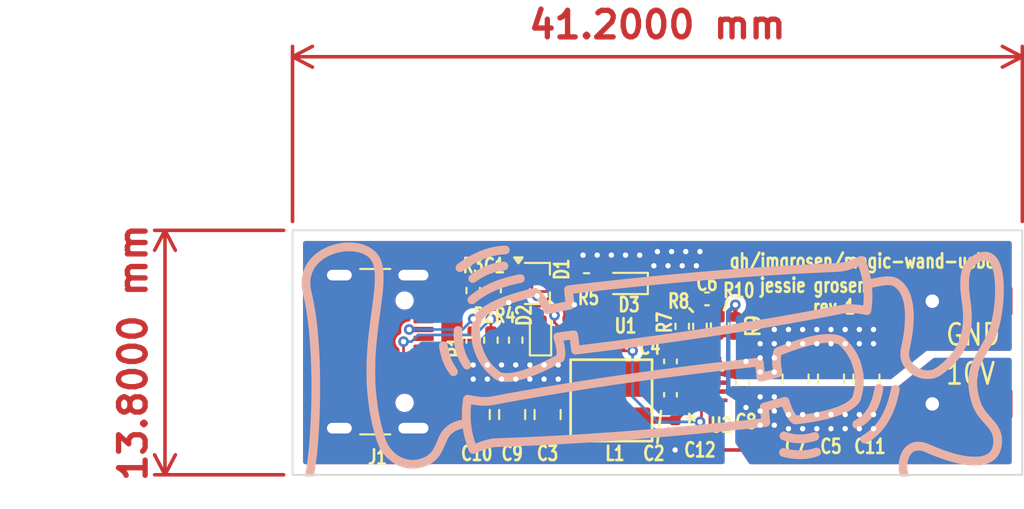
<source format=kicad_pcb>
(kicad_pcb (version 20241229) (generator "pcbnew") (generator_version "9.0")
  (layers (0 "F.Cu" signal) (2 "B.Cu" signal) (13 "F.Paste" user) (15 "B.Paste" user) (5 "F.SilkS" user "F.Silkscreen") (7 "B.SilkS" user "B.Silkscreen") (1 "F.Mask" user) (3 "B.Mask" user) (25 "Edge.Cuts" user))
  (net 0 "")
  (net 1 "GND")
  (net 2 "Net-(D1-K)")
  (net 3 "Net-(U2-BOOT)")
  (net 4 "Net-(U2-SW)")
  (net 5 "VBUS")
  (net 6 "Net-(U2-VCC)")
  (net 7 "Net-(U2-COMP)")
  (net 8 "Net-(C6-Pad1)")
  (net 9 "+10V")
  (net 10 "/EN")
  (net 11 "Net-(D2-A)")
  (net 12 "Net-(D3-A)")
  (net 14 "/CC1")
  (net 16 "/CC2")
  (net 21 "Net-(U2-ILIM)")
  (net 22 "Net-(U2-FB)")
  (footprint "janky_molex:Molex_Socket_Janky" (layer "F.Cu") (at 76.319 83)
    (property "Reference" "J2" (hide yes))
    (property "Value" "Conn_01x01" (hide yes))
    (pad "1" thru_hole circle (at 0 0) (size 1.524 1.524) (drill 0.762) (layers "*.Cu" "*.Mask") (net 9 "+10V"))
    (pad "1" smd rect (at 3 0) (size 3.048 1.524) (layers "F.Cu" "F.Mask") (net 9 "+10V"))
  )
  (footprint "Capacitor_SMD:C_0805_2012Metric" (layer "F.Cu") (at 54.6 83.6 90)
    (property "Reference" "C3" (at -2.2 0 0) (layer "F.SilkS") (effects (font (size 0.8 0.6) (thickness 0.15) (bold yes))))
    (property "Value" "10 uF" (hide yes))
    (pad "1" smd roundrect (at -0.95 0 90) (size 1 1.45) (layers "F.Cu" "F.Mask" "F.Paste") (net 5 "VBUS"))
    (pad "2" smd roundrect (at 0.95 0 90) (size 1 1.45) (layers "F.Cu" "F.Mask" "F.Paste") (net 1 "GND"))
  )
  (footprint "Resistor_SMD:R_0402_1005Metric" (layer "F.Cu") (at 65.2 78.6 -90)
    (property "Reference" "R9" (at 0 -1 90) (layer "F.SilkS") (effects (font (size 0.8 0.6))))
    (property "Value" "453K" (hide yes))
    (pad "1" smd roundrect (at -0.51 0 270) (size 0.54 0.64) (layers "F.Cu" "F.Mask" "F.Paste") (net 9 "+10V"))
    (pad "2" smd roundrect (at 0.51 0 270) (size 0.54 0.64) (layers "F.Cu" "F.Mask" "F.Paste") (net 22 "Net-(U2-FB)"))
  )
  (footprint "Capacitor_SMD:C_0805_2012Metric" (layer "F.Cu") (at 72.6 81.6 90)
    (property "Reference" "C11" (at -3.8 0.2 180) (layer "F.SilkS") (effects (font (size 0.8 0.6))))
    (property "Value" "10 uF" (hide yes))
    (pad "1" smd roundrect (at -0.95 0 90) (size 1 1.45) (layers "F.Cu" "F.Mask" "F.Paste") (net 9 "+10V"))
    (pad "2" smd roundrect (at 0.95 0 90) (size 1 1.45) (layers "F.Cu" "F.Mask" "F.Paste") (net 1 "GND"))
  )
  (footprint "Package_TO_SOT_SMD:SOT-323_SC-70" (layer "F.Cu") (at 54 76.2)
    (property "Reference" "D1" (at 1.4 -0.8 90) (layer "F.SilkS") (effects (font (size 0.8 0.6) (thickness 0.15) (bold yes))))
    (property "Value" "TS4061AICT-1.25" (hide yes))
    (pad "1" smd roundrect (at -1 -0.65 270) (size 0.45 0.7) (layers "F.Cu" "F.Mask" "F.Paste") (net 2 "Net-(D1-K)"))
    (pad "2" smd roundrect (at -1 0.65 270) (size 0.45 0.7) (layers "F.Cu" "F.Mask" "F.Paste") (net 1 "GND"))
    (pad "3" smd roundrect (at 1 0 270) (size 0.45 0.7) (layers "F.Cu" "F.Mask" "F.Paste"))
  )
  (footprint "Capacitor_SMD:C_0402_1005Metric" (layer "F.Cu") (at 63.6 77.07)
    (property "Reference" "C6" (at 0 -0.87 0) (layer "F.SilkS") (effects (font (size 0.8 0.6))))
    (property "Value" "4nF" (hide yes))
    (pad "1" smd roundrect (at -0.48 0) (size 0.56 0.62) (layers "F.Cu" "F.Mask" "F.Paste") (net 8 "Net-(C6-Pad1)"))
    (pad "2" smd roundrect (at 0.48 0) (size 0.56 0.62) (layers "F.Cu" "F.Mask" "F.Paste") (net 1 "GND"))
  )
  (footprint "Capacitor_SMD:C_0805_2012Metric" (layer "F.Cu") (at 52.6 83.6 90)
    (property "Reference" "C9" (at -2.2 0 0) (layer "F.SilkS") (effects (font (size 0.8 0.6) (thickness 0.15) (bold yes))))
    (property "Value" "10 uF" (hide yes))
    (pad "1" smd roundrect (at -0.95 0 90) (size 1 1.45) (layers "F.Cu" "F.Mask" "F.Paste") (net 5 "VBUS"))
    (pad "2" smd roundrect (at 0.95 0 90) (size 1 1.45) (layers "F.Cu" "F.Mask" "F.Paste") (net 1 "GND"))
  )
  (footprint "TPS61377:TPS61377-VQFN-HR13" (layer "F.Cu") (at 63.538022 81.8 90)
    (property "Reference" "U2" (at -2.4 0.861978 0) (layer "F.SilkS") (effects (font (size 0.8 0.6))))
    (property "Value" "TPS613771")
    (fp_text user "*" (at -2 -0.538022 90) (layer "F.SilkS"))
    (pad "1" smd custom (at -1.18745 -0.750189 90) (size 0.127 0.127) (layers "F.Cu" "F.Mask" "F.Paste") (net 5 "VBUS") (options (clearance outline) (anchor rect)) (primitives (gr_poly (pts (xy 0.2921 -0.45452) (xy 0.0889 -0.45452) (xy 0.0889 -0.101613) (xy -0.278067 -0.1016) (xy -0.278067 0.1016) (xy 0.2921 0.101613)) (width 0) (fill yes))))
    (pad "2" smd rect (at -1.18745 -0.250063 90) (size 0.5334 0.254) (layers "F.Cu" "F.Mask" "F.Paste") (net 10 "/EN"))
    (pad "3" smd rect (at -1.18745 0.250063 90) (size 0.5334 0.254) (layers "F.Cu" "F.Mask" "F.Paste") (net 1 "GND"))
    (pad "4" smd custom (at -1.000252 0.938022 180) (size 0.127 0.127) (layers "F.Cu" "F.Mask" "F.Paste") (net 9 "+10V") (options (clearance outline) (anchor rect)) (primitives (gr_poly (pts (xy -0.280352 0.104902) (xy -0.280352 -0.098298) (xy 0.072555 -0.098298) (xy 0.072568 -0.465265) (xy 0.275768 -0.465265) (xy 0.275781 0.104902)) (width 0) (fill yes))))
    (pad "5" smd rect (at -0.500126 0.545262 180) (size 1.3462 0.254) (layers "F.Cu" "F.Mask" "F.Paste") (net 9 "+10V"))
    (pad "6" smd custom (at 0 0 180) (size 0.127 0.127) (layers "F.Cu" "F.Mask" "F.Paste") (net 4 "Net-(U2-SW)") (options (clearance outline) (anchor rect)) (primitives (gr_poly (pts (xy 1.204722 -0.127) (xy 1.204722 0.127) (xy -1.204722 0.127) (xy -1.204722 -0.127)) (width 0) (fill yes))))
    (pad "7" smd rect (at 0.500126 0.545262 180) (size 1.3462 0.254) (layers "F.Cu" "F.Mask" "F.Paste") (net 1 "GND"))
    (pad "8" smd custom (at 1.000252 0.938022 180) (size 0.127 0.127) (layers "F.Cu" "F.Mask" "F.Paste") (net 22 "Net-(U2-FB)") (options (clearance outline) (anchor rect)) (primitives (gr_poly (pts (xy -0.280352 -0.116332) (xy -0.280352 0.086868) (xy 0.072555 0.086868) (xy 0.072568 0.453835) (xy 0.275768 0.453835) (xy 0.275781 -0.116332)) (width 0) (fill yes))))
    (pad "9" smd rect (at 1.18745 0.250063 90) (size 0.5334 0.254) (layers "F.Cu" "F.Mask" "F.Paste") (net 7 "Net-(U2-COMP)"))
    (pad "10" smd rect (at 1.18745 -0.250063 90) (size 0.5334 0.254) (layers "F.Cu" "F.Mask" "F.Paste") (net 21 "Net-(U2-ILIM)"))
    (pad "11" smd custom (at 1.18745 -0.750189 90) (size 0.127 0.127) (layers "F.Cu" "F.Mask" "F.Paste") (net 6 "Net-(U2-VCC)") (options (clearance outline) (anchor rect)) (primitives (gr_poly (pts (xy -0.288798 -0.45452) (xy -0.085598 -0.45452) (xy -0.085598 -0.101613) (xy 0.281369 -0.1016) (xy 0.281369 0.1016) (xy -0.288798 0.101613)) (width 0) (fill yes))))
    (pad "12" smd rect (at 0.500126 -0.938022 180) (size 0.5334 0.254) (layers "F.Cu" "F.Mask" "F.Paste") (net 1 "GND"))
    (pad "13" smd rect (at -0.500126 -0.938022 180) (size 0.5334 0.254) (layers "F.Cu" "F.Mask" "F.Paste") (net 3 "Net-(U2-BOOT)"))
  )
  (footprint "Capacitor_SMD:C_0402_1005Metric" (layer "F.Cu") (at 65.6 81.8 90)
    (property "Reference" "C8" (at -2.2 0.2 180) (layer "F.SilkS") (effects (font (size 0.8 0.6))))
    (property "Value" "4.7 uF")
    (pad "1" smd roundrect (at -0.48 0 90) (size 0.56 0.62) (layers "F.Cu" "F.Mask" "F.Paste") (net 9 "+10V"))
    (pad "2" smd roundrect (at 0.48 0 90) (size 0.56 0.62) (layers "F.Cu" "F.Mask" "F.Paste") (net 1 "GND"))
  )
  (footprint "Diode_SMD:D_SOD-523" (layer "F.Cu") (at 54.2 79 90)
    (property "Reference" "D2" (at 1.00007 -0.926051 90) (layer "F.SilkS") (effects (font (size 0.8 0.6) (thickness 0.15) (bold yes))))
    (property "Value" "1N4148W" (hide yes))
    (pad "1" smd roundrect (at -0.7 0 270) (size 0.6 0.7) (layers "F.Cu" "F.Mask" "F.Paste") (net 10 "/EN"))
    (pad "2" smd roundrect (at 0.7 0 270) (size 0.6 0.7) (layers "F.Cu" "F.Mask" "F.Paste") (net 11 "Net-(D2-A)"))
  )
  (footprint "Resistor_SMD:R_0402_1005Metric" (layer "F.Cu") (at 62.2 78.62 90)
    (property "Reference" "R7" (at 0.22 -1 270) (layer "F.SilkS") (effects (font (size 0.8 0.6))))
    (property "Value" "14.7K" (hide yes))
    (pad "1" smd roundrect (at -0.51 0 90) (size 0.54 0.64) (layers "F.Cu" "F.Mask" "F.Paste") (net 21 "Net-(U2-ILIM)"))
    (pad "2" smd roundrect (at 0.51 0 90) (size 0.54 0.64) (layers "F.Cu" "F.Mask" "F.Paste") (net 1 "GND"))
  )
  (footprint "Capacitor_SMD:C_0805_2012Metric" (layer "F.Cu") (at 70.6 81.6 90)
    (property "Reference" "C5" (at -3.8 0 180) (layer "F.SilkS") (effects (font (size 0.8 0.6))))
    (property "Value" "10 uF" (hide yes))
    (pad "1" smd roundrect (at -0.95 0 90) (size 1 1.45) (layers "F.Cu" "F.Mask" "F.Paste") (net 9 "+10V"))
    (pad "2" smd roundrect (at 0.95 0 90) (size 1 1.45) (layers "F.Cu" "F.Mask" "F.Paste") (net 1 "GND"))
  )
  (footprint "Connector_USB:USB_C_Receptacle_GCT_USB4105-xx-A_16P_TopMnt_Horizontal" (layer "F.Cu") (at 43.92 80.05 -90)
    (property "Reference" "J1" (at 5.95 -1.08 0) (layer "F.SilkS") (effects (font (size 0.8 0.6) (thickness 0.15) (bold yes))))
    (property "Value" "USB_C_Receptacle_USB2.0_16P" (hide yes))
    (pad "" np_thru_hole circle (at -2.89 -2.605 270) (size 0.65 0.65) (drill 0.65) (layers "*.Cu" "*.Mask"))
    (pad "" np_thru_hole circle (at 2.89 -2.605 270) (size 0.65 0.65) (drill 0.65) (layers "*.Cu" "*.Mask"))
    (pad "A1" smd roundrect (at -3.2 -3.68 270) (size 0.6 1.15) (layers "F.Cu" "F.Mask" "F.Paste") (net 1 "GND"))
    (pad "A4" smd roundrect (at -2.4 -3.68 270) (size 0.6 1.15) (layers "F.Cu" "F.Mask" "F.Paste") (net 5 "VBUS"))
    (pad "A5" smd roundrect (at -1.25 -3.68 270) (size 0.3 1.15) (layers "F.Cu" "F.Mask" "F.Paste") (net 14 "/CC1"))
    (pad "A6" smd roundrect (at -0.25 -3.68 270) (size 0.3 1.15) (layers "F.Cu" "F.Mask" "F.Paste"))
    (pad "A7" smd roundrect (at 0.25 -3.68 270) (size 0.3 1.15) (layers "F.Cu" "F.Mask" "F.Paste"))
    (pad "A8" smd roundrect (at 1.25 -3.68 270) (size 0.3 1.15) (layers "F.Cu" "F.Mask" "F.Paste"))
    (pad "A9" smd roundrect (at 2.4 -3.68 270) (size 0.6 1.15) (layers "F.Cu" "F.Mask" "F.Paste") (net 5 "VBUS"))
    (pad "A12" smd roundrect (at 3.2 -3.68 270) (size 0.6 1.15) (layers "F.Cu" "F.Mask" "F.Paste") (net 1 "GND"))
    (pad "B1" smd roundrect (at 3.2 -3.68 270) (size 0.6 1.15) (layers "F.Cu" "F.Mask" "F.Paste") (net 1 "GND"))
    (pad "B4" smd roundrect (at 2.4 -3.68 270) (size 0.6 1.15) (layers "F.Cu" "F.Mask" "F.Paste") (net 5 "VBUS"))
    (pad "B5" smd roundrect (at 1.75 -3.68 270) (size 0.3 1.15) (layers "F.Cu" "F.Mask" "F.Paste") (net 16 "/CC2"))
    (pad "B6" smd roundrect (at 0.75 -3.68 270) (size 0.3 1.15) (layers "F.Cu" "F.Mask" "F.Paste"))
    (pad "B7" smd roundrect (at -0.75 -3.68 270) (size 0.3 1.15) (layers "F.Cu" "F.Mask" "F.Paste"))
    (pad "B8" smd roundrect (at -1.75 -3.68 270) (size 0.3 1.15) (layers "F.Cu" "F.Mask" "F.Paste"))
    (pad "B9" smd roundrect (at -2.4 -3.68 270) (size 0.6 1.15) (layers "F.Cu" "F.Mask" "F.Paste") (net 5 "VBUS"))
    (pad "B12" smd roundrect (at -3.2 -3.68 270) (size 0.6 1.15) (layers "F.Cu" "F.Mask" "F.Paste") (net 1 "GND"))
    (pad "S1" thru_hole oval (at -4.32 -3.105 270) (size 1 2.1) (drill oval 0.6 1.7) (layers "*.Cu" "*.Mask" "F.Paste") (net 1 "GND"))
    (pad "S1" thru_hole oval (at -4.32 1.075 270) (size 1 1.8) (drill oval 0.6 1.4) (layers "*.Cu" "*.Mask" "F.Paste") (net 1 "GND"))
    (pad "S1" thru_hole oval (at 4.32 -3.105 270) (size 1 2.1) (drill oval 0.6 1.7) (layers "*.Cu" "*.Mask" "F.Paste") (net 1 "GND"))
    (pad "S1" thru_hole oval (at 4.32 1.075 270) (size 1 1.8) (drill oval 0.6 1.4) (layers "*.Cu" "*.Mask" "F.Paste") (net 1 "GND"))
  )
  (footprint "SRP4030FA:IND_SRP4030FA_BRN" (layer "F.Cu") (at 58.2 82.8 90)
    (property "Reference" "L1" (at -3 0.2 0) (layer "F.SilkS") (effects (font (size 0.8 0.6) (thickness 0.15) (bold yes))))
    (property "Value" "4.7uH")
    (pad "1" smd rect (at -1.3462 0 90) (size 1.0922 3.7084) (layers "F.Cu" "F.Mask" "F.Paste") (net 5 "VBUS"))
    (pad "2" smd rect (at 1.3462 0 90) (size 1.0922 3.7084) (layers "F.Cu" "F.Mask" "F.Paste") (net 4 "Net-(U2-SW)"))
  )
  (footprint "Capacitor_SMD:C_0402_1005Metric" (layer "F.Cu") (at 51.6 76.6 -90)
    (property "Reference" "C1" (at -1.4 0 180) (layer "F.SilkS") (effects (font (size 0.8 0.6) (thickness 0.15) (bold yes))))
    (property "Value" "100nF" (hide yes))
    (pad "1" smd roundrect (at -0.48 0 270) (size 0.56 0.62) (layers "F.Cu" "F.Mask" "F.Paste") (net 2 "Net-(D1-K)"))
    (pad "2" smd roundrect (at 0.48 0 270) (size 0.56 0.62) (layers "F.Cu" "F.Mask" "F.Paste") (net 1 "GND"))
  )
  (footprint "Resistor_SMD:R_0402_1005Metric" (layer "F.Cu") (at 63.2 78.62 90)
    (property "Reference" "R8" (at 1.42 -1.2 180) (layer "F.SilkS") (effects (font (size 0.8 0.6))))
    (property "Value" "18.7K" (hide yes))
    (pad "1" smd roundrect (at -0.51 0 90) (size 0.54 0.64) (layers "F.Cu" "F.Mask" "F.Paste") (net 7 "Net-(U2-COMP)"))
    (pad "2" smd roundrect (at 0.51 0 90) (size 0.54 0.64) (layers "F.Cu" "F.Mask" "F.Paste") (net 8 "Net-(C6-Pad1)"))
  )
  (footprint "Capacitor_SMD:C_0805_2012Metric" (layer "F.Cu") (at 68.6 81.6 90)
    (property "Reference" "C7" (at -3.8 0 180) (layer "F.SilkS") (effects (font (size 0.8 0.6))))
    (property "Value" "10 uF" (hide yes))
    (pad "1" smd roundrect (at -0.95 0 90) (size 1 1.45) (layers "F.Cu" "F.Mask" "F.Paste") (net 9 "+10V"))
    (pad "2" smd roundrect (at 0.95 0 90) (size 1 1.45) (layers "F.Cu" "F.Mask" "F.Paste") (net 1 "GND"))
  )
  (footprint "Capacitor_SMD:C_0402_1005Metric" (layer "F.Cu") (at 61.538022 82.48 -90)
    (property "Reference" "C2" (at 3.32 0.938022 0) (layer "F.SilkS") (effects (font (size 0.8 0.6))))
    (property "Value" "0.47uF" (hide yes))
    (pad "1" smd roundrect (at -0.48 0 270) (size 0.56 0.62) (layers "F.Cu" "F.Mask" "F.Paste") (net 4 "Net-(U2-SW)"))
    (pad "2" smd roundrect (at 0.48 0 270) (size 0.56 0.62) (layers "F.Cu" "F.Mask" "F.Paste") (net 3 "Net-(U2-BOOT)"))
  )
  (footprint "Resistor_SMD:R_0402_1005Metric" (layer "F.Cu") (at 51.4 79.4 -90)
    (property "Reference" "R2" (at -1.4 0.4 0) (layer "F.SilkS") (effects (font (size 0.8 0.6) (thickness 0.15) (bold yes))))
    (property "Value" "5.1K" (hide yes))
    (pad "1" smd roundrect (at -0.51 0 270) (size 0.54 0.64) (layers "F.Cu" "F.Mask" "F.Paste") (net 16 "/CC2"))
    (pad "2" smd roundrect (at 0.51 0 270) (size 0.54 0.64) (layers "F.Cu" "F.Mask" "F.Paste") (net 1 "GND"))
  )
  (footprint "janky_molex:Molex_Socket_Janky" (layer "F.Cu") (at 76.319 77.2)
    (property "Reference" "J3" (hide yes))
    (property "Value" "Conn_01x01" (hide yes))
    (pad "1" thru_hole circle (at 0 0) (size 1.524 1.524) (drill 0.762) (layers "*.Cu" "*.Mask") (net 1 "GND"))
    (pad "1" smd rect (at 3 0) (size 3.048 1.524) (layers "F.Cu" "F.Mask") (net 1 "GND"))
  )
  (footprint "Resistor_SMD:R_0402_1005Metric" (layer "F.Cu") (at 50.4 76.6 90)
    (property "Reference" "R3" (at 1.4 0 180) (layer "F.SilkS") (effects (font (size 0.8 0.6) (thickness 0.15) (bold yes))))
    (property "Value" "4.7K" (hide yes))
    (pad "1" smd roundrect (at -0.51 0 90) (size 0.54 0.64) (layers "F.Cu" "F.Mask" "F.Paste") (net 5 "VBUS"))
    (pad "2" smd roundrect (at 0.51 0 90) (size 0.54 0.64) (layers "F.Cu" "F.Mask" "F.Paste") (net 2 "Net-(D1-K)"))
  )
  (footprint "Capacitor_SMD:C_0805_2012Metric" (layer "F.Cu") (at 50.6 83.6 90)
    (property "Reference" "C10" (at -2.2 0 0) (layer "F.SilkS") (effects (font (size 0.8 0.6) (thickness 0.15) (bold yes))))
    (property "Value" "10 uF" (hide yes))
    (pad "1" smd roundrect (at -0.95 0 90) (size 1 1.45) (layers "F.Cu" "F.Mask" "F.Paste") (net 5 "VBUS"))
    (pad "2" smd roundrect (at 0.95 0 90) (size 1 1.45) (layers "F.Cu" "F.Mask" "F.Paste") (net 1 "GND"))
  )
  (footprint "8WSON:WSON8_DSG_TEX" (layer "F.Cu") (at 56.7967 78.950189 180)
    (property "Reference" "U1" (at -2.2033 0.350189 0) (layer "F.SilkS") (effects (font (size 0.8 0.6))))
    (property "Value" "LM393LV" (hide yes))
    (pad "1" smd rect (at -1.0033 -0.750189 180) (size 0.7112 0.2794) (layers "F.Cu" "F.Mask" "F.Paste") (net 12 "Net-(D3-A)"))
    (pad "2" smd rect (at -1.0033 -0.250063 180) (size 0.7112 0.2794) (layers "F.Cu" "F.Mask" "F.Paste") (net 2 "Net-(D1-K)"))
    (pad "3" smd rect (at -1.0033 0.250063 180) (size 0.7112 0.2794) (layers "F.Cu" "F.Mask" "F.Paste") (net 14 "/CC1"))
    (pad "4" smd rect (at -1.0033 0.750189 180) (size 0.7112 0.2794) (layers "F.Cu" "F.Mask" "F.Paste") (net 1 "GND"))
    (pad "5" smd rect (at 1.0033 0.750189 180) (size 0.7112 0.2794) (layers "F.Cu" "F.Mask" "F.Paste") (net 16 "/CC2"))
    (pad "6" smd rect (at 1.0033 0.250063 180) (size 0.7112 0.2794) (layers "F.Cu" "F.Mask" "F.Paste") (net 2 "Net-(D1-K)"))
    (pad "7" smd rect (at 1.0033 -0.250063 180) (size 0.7112 0.2794) (layers "F.Cu" "F.Mask" "F.Paste") (net 11 "Net-(D2-A)"))
    (pad "8" smd rect (at 1.0033 -0.750189 180) (size 0.7112 0.2794) (layers "F.Cu" "F.Mask" "F.Paste") (net 5 "VBUS"))
    (pad "9" smd rect (at 0 0 180) (size 0.9906 1.7018) (layers "F.Cu" "F.Mask" "F.Paste"))
  )
  (footprint "Resistor_SMD:R_0402_1005Metric" (layer "F.Cu") (at 50.398665 79.39814 90)
    (property "Reference" "R1" (at -0.40186 -0.998665 90) (layer "F.SilkS") (effects (font (size 0.8 0.6) (thickness 0.15) (bold yes))))
    (property "Value" "5.1K" (hide yes))
    (pad "1" smd roundrect (at -0.51 0 90) (size 0.54 0.64) (layers "F.Cu" "F.Mask" "F.Paste") (net 1 "GND"))
    (pad "2" smd roundrect (at 0.51 0 90) (size 0.54 0.64) (layers "F.Cu" "F.Mask" "F.Paste") (net 14 "/CC1"))
  )
  (footprint "Diode_SMD:D_SOD-523" (layer "F.Cu") (at 59 76.2 180)
    (property "Reference" "D3" (at -0.2 -1.2 180) (layer "F.SilkS") (effects (font (size 0.8 0.6))))
    (property "Value" "1N4148W" (hide yes))
    (pad "1" smd roundrect (at -0.7 0) (size 0.6 0.7) (layers "F.Cu" "F.Mask" "F.Paste") (net 10 "/EN"))
    (pad "2" smd roundrect (at 0.7 0) (size 0.6 0.7) (layers "F.Cu" "F.Mask" "F.Paste") (net 12 "Net-(D3-A)"))
  )
  (footprint "Capacitor_SMD:C_0402_1005Metric" (layer "F.Cu") (at 61.8 84.4 -90)
    (property "Reference" "C12" (at 1.2 -1.4 180) (layer "F.SilkS") (effects (font (size 0.8 0.6) (thickness 0.15) (bold yes))))
    (property "Value" "4.7 uF")
    (pad "1" smd roundrect (at -0.48 0 270) (size 0.56 0.62) (layers "F.Cu" "F.Mask" "F.Paste") (net 5 "VBUS"))
    (pad "2" smd roundrect (at 0.48 0 270) (size 0.56 0.62) (layers "F.Cu" "F.Mask" "F.Paste") (net 1 "GND"))
  )
  (footprint "Capacitor_SMD:C_0402_1005Metric" (layer "F.Cu") (at 61.538022 80.6 90)
    (property "Reference" "C4" (at 0.8 -1.16 180) (layer "F.SilkS") (effects (font (size 0.8 0.6))))
    (property "Value" "4.7uF")
    (pad "1" smd roundrect (at -0.48 0 90) (size 0.56 0.62) (layers "F.Cu" "F.Mask" "F.Paste") (net 1 "GND"))
    (pad "2" smd roundrect (at 0.48 0 90) (size 0.56 0.62) (layers "F.Cu" "F.Mask" "F.Paste") (net 6 "Net-(U2-VCC)"))
  )
  (footprint "Resistor_SMD:R_0402_1005Metric" (layer "F.Cu") (at 52.8 79.4 -90)
    (property "Reference" "R4" (at -1.386976 0.6 180) (layer "F.SilkS") (effects (font (size 0.8 0.6) (thickness 0.15) (bold yes))))
    (property "Value" "1K" (hide yes))
    (pad "1" smd roundrect (at -0.51 0 270) (size 0.54 0.64) (layers "F.Cu" "F.Mask" "F.Paste") (net 11 "Net-(D2-A)"))
    (pad "2" smd roundrect (at 0.51 0 270) (size 0.54 0.64) (layers "F.Cu" "F.Mask" "F.Paste") (net 5 "VBUS"))
  )
  (footprint "Resistor_SMD:R_0402_1005Metric" (layer "F.Cu") (at 56.8 76)
    (property "Reference" "R5" (at 0.11 1 0) (layer "F.SilkS") (effects (font (size 0.8 0.6))))
    (property "Value" "1K" (hide yes))
    (pad "1" smd roundrect (at -0.51 0) (size 0.54 0.64) (layers "F.Cu" "F.Mask" "F.Paste") (net 5 "VBUS"))
    (pad "2" smd roundrect (at 0.51 0) (size 0.54 0.64) (layers "F.Cu" "F.Mask" "F.Paste") (net 12 "Net-(D3-A)"))
  )
  (footprint "Resistor_SMD:R_0402_1005Metric" (layer "F.Cu") (at 64.2 78.6 90)
    (property "Reference" "R10" (at 2 1.2 180) (layer "F.SilkS") (effects (font (size 0.8 0.6))))
    (property "Value" "50K" (hide yes))
    (pad "1" smd roundrect (at -0.51 0 90) (size 0.54 0.64) (layers "F.Cu" "F.Mask" "F.Paste") (net 22 "Net-(U2-FB)"))
    (pad "2" smd roundrect (at 0.51 0 90) (size 0.54 0.64) (layers "F.Cu" "F.Mask" "F.Paste") (net 1 "GND"))
  )
  (footprint "LOGO" (layer "B.Cu") (at 60.4 80.2 -90)
    (property "Reference" "G***" (hide yes))
    (property "Value" "LOGO" (hide yes))
  )
  (gr_line (start 64.792464 77.092014) (end 64.552497 77.703931) (stroke (width 0.15)) (layer "F.SilkS"))
  (gr_line (start 62.6 77.6) (end 62.8 77.8) (stroke (width 0.15)) (layer "F.SilkS"))
  (gr_line (start 60.8 85.2) (end 61 83.4) (stroke (width 0.15)) (layer "F.SilkS"))
  (gr_rect (start 40.2 73.2) (end 81.4 87) (stroke (width 0.1)) (fill no) (layer "Edge.Cuts"))
  (gr_text "10V" (at 77 82 0) (layer "F.SilkS") (effects (font (size 1.2 1) (thickness 0.15) (bold yes)) (justify left bottom)))
  (gr_text "rev 1" (at 69.489329 77.992005 0) (layer "F.SilkS") (effects (font (size 0.8 0.6) (thickness 0.15) (bold yes)) (justify left bottom)))
  (gr_text "gh/jmgrosen/magic-wand-usbc" (at 64.8 75.4 0) (layer "F.SilkS") (effects (font (size 0.8 0.6) (thickness 0.15) (bold yes)) (justify left bottom)))
  (gr_text "GND" (at 77 79.8 0) (layer "F.SilkS") (effects (font (size 1.2 1) (thickness 0.15) (bold yes)) (justify left bottom)))
  (gr_text "jessie grosen" (at 66.493425 76.773418 0) (layer "F.SilkS") (effects (font (size 0.8 0.6) (thickness 0.15) (bold yes)) (justify left bottom)))
  (dimension (type aligned) (layer "F.Cu") (pts (xy 40.2 73.2) (xy 40.2 87)) (height 7.199999) (format (prefix "") (suffix "") (units 3) (units_format 1) (precision 4)) (style (thickness 0.2) (arrow_length 1.27) (text_position_mode 0) (arrow_direction outward) (extension_height 0.58642) (extension_offset 0.5) (keep_text_aligned yes)) (gr_text "13.8000 mm" (at 31.200001 80.1 90) (layer "F.Cu") (effects (font (size 1.5 1.5) (thickness 0.3)))))
  (dimension (type aligned) (layer "F.Cu") (pts (xy 40.2 73.2) (xy 81.4 73.2)) (height -9.8) (format (prefix "") (suffix "") (units 3) (units_format 1) (precision 4)) (style (thickness 0.2) (arrow_length 1.27) (text_position_mode 0) (arrow_direction outward) (extension_height 0.58642) (extension_offset 0.5) (keep_text_aligned yes)) (gr_text "41.2000 mm" (at 60.8 61.6 0) (layer "F.Cu") (effects (font (size 1.5 1.5) (thickness 0.3)))))
  (segment (start 60.948622 78.451378) (end 61 78.4) (width 0.254) (layer "F.Cu") (net 1))
  (segment (start 47.025 84.37) (end 47.025 83.825) (width 0.762) (layer "F.Cu") (net 1))
  (segment (start 61.757896 81.299874) (end 62.6 81.299874) (width 0.254) (layer "F.Cu") (net 1))
  (segment (start 47.025 83.825) (end 47.5666 83.2834) (width 0.762) (layer "F.Cu") (net 1))
  (segment (start 63.32 84.88) (end 61.8 84.88) (width 0.2032) (layer "F.Cu") (net 1))
  (segment (start 57.408585 77.870689) (end 57.737896 78.2) (width 0.1524) (layer "F.Cu") (net 1))
  (segment (start 52.57 77.28) (end 52.407765 77.28) (width 0.1524) (layer "F.Cu") (net 1))
  (segment (start 60.948622 80.4906) (end 60.948622 78.451378) (width 0.254) (layer "F.Cu") (net 1))
  (segment (start 56.110272 77.4) (end 56.118808 77.4) (width 0.1524) (layer "F.Cu") (net 1))
  (segment (start 63.788085 82.98745) (end 63.788085 84.411915) (width 0.2032) (layer "F.Cu") (net 1))
  (segment (start 51.6 77.28) (end 52.407765 77.28) (width 0.1524) (layer "F.Cu") (net 1))
  (segment (start 47.5666 76.8166) (end 47.6 76.8166) (width 0.762) (layer "F.Cu") (net 1))
  (segment (start 57.737896 78.2) (end 57.8 78.2) (width 0.1524) (layer "F.Cu") (net 1))
  (segment (start 63.788085 84.411915) (end 63.32 84.88) (width 0.2032) (layer "F.Cu") (net 1))
  (segment (start 61.8 84.88) (end 61.8 85.6) (width 0.4) (layer "F.Cu") (net 1))
  (segment (start 51.4 79.91) (end 51.4 80.6) (width 0.1524) (layer "F.Cu") (net 1))
  (segment (start 47.025 76.275) (end 47.5666 76.8166) (width 0.762) (layer "F.Cu") (net 1))
  (segment (start 56.589497 77.870689) (end 57.408585 77.870689) (width 0.1524) (layer "F.Cu") (net 1))
  (segment (start 50.398665 79.90814) (end 50.398665 80.798665) (width 0.1524) (layer "F.Cu") (net 1))
  (segment (start 50.398665 80.798665) (end 50.4 80.8) (width 0.1524) (layer "F.Cu") (net 1))
  (segment (start 61.538022 81.08) (end 60.948622 80.4906) (width 0.254) (layer "F.Cu") (net 1))
  (segment (start 47.5666 83.2834) (end 47.6 83.2834) (width 0.762) (layer "F.Cu") (net 1))
  (segment (start 51.4 80.6) (end 51.2 80.8) (width 0.1524) (layer "F.Cu") (net 1))
  (segment (start 56.118808 77.4) (end 56.589497 77.870689) (width 0.1524) (layer "F.Cu") (net 1))
  (segment (start 62.6 81.299874) (end 64.083284 81.299874) (width 0.254) (layer "F.Cu") (net 1))
  (segment (start 53 76.85) (end 52.57 77.28) (width 0.1524) (layer "F.Cu") (net 1))
  (segment (start 61.538022 81.08) (end 61.757896 81.299874) (width 0.254) (layer "F.Cu") (net 1))
  (segment (start 47.025 75.73) (end 47.025 76.275) (width 0.762) (layer "F.Cu") (net 1))
  (via (at 52 80.8) (size 0.6) (drill 0.3) (layers "F.Cu" "B.Cu") (net 1))
  (via (at 60.6 75.2) (size 0.6) (drill 0.3) (layers "F.Cu" "B.Cu") (net 1))
  (via (at 63.2 74.4) (size 0.6) (drill 0.3) (layers "F.Cu" "B.Cu") (net 1))
  (via (at 56.110272 77.4) (size 0.6) (drill 0.3) (layers "F.Cu" "B.Cu") (net 1))
  (via (at 70.6 79.6) (size 0.6) (drill 0.3) (layers "F.Cu" "B.Cu") (net 1))
  (via (at 55.2 81.6) (size 0.6) (drill 0.3) (layers "F.Cu" "B.Cu") (net 1))
  (via (at 72.2 79.6) (size 0.6) (drill 0.3) (layers "F.Cu" "B.Cu") (net 1))
  (via (at 52.407765 77.28) (size 0.6) (drill 0.3) (layers "F.Cu" "B.Cu") (net 1))
  (via (at 68.2 79.6) (size 0.6) (drill 0.3) (layers "F.Cu" "B.Cu") (net 1))
  (via (at 50.4 80.8) (size 0.6) (drill 0.3) (layers "F.Cu" "B.Cu") (net 1))
  (via (at 63 75.2) (size 0.6) (drill 0.3) (layers "F.Cu" "B.Cu") (net 1))
  (via (at 62.2 75.2) (size 0.6) (drill 0.3) (layers "F.Cu" "B.Cu") (net 1))
  (via (at 54.4 80.8) (size 0.6) (drill 0.3) (layers "F.Cu" "B.Cu") (net 1))
  (via (at 60.8 74.4) (size 0.6) (drill 0.3) (layers "F.Cu" "B.Cu") (net 1))
  (via (at 55.2 80.8) (size 0.6) (drill 0.3) (layers "F.Cu" "B.Cu") (net 1))
  (via (at 52.8 80.8) (size 0.6) (drill 0.3) (layers "F.Cu" "B.Cu") (net 1))
  (via (at 61.8 85.6) (size 0.6) (drill 0.3) (layers "F.Cu" "B.Cu") (net 1))
  (via (at 59 74.6) (size 0.6) (drill 0.3) (layers "F.Cu" "B.Cu") (net 1))
  (via (at 67.4 80.4) (size 0.6) (drill 0.3) (layers "F.Cu" "B.Cu") (net 1))
  (via (at 61.4 75.2) (size 0.6) (drill 0.3) (layers "F.Cu" "B.Cu") (net 1))
  (via (at 69 79.6) (size 0.6) (drill 0.3) (layers "F.Cu" "B.Cu") (net 1))
  (via (at 65.8 80.6) (size 0.6) (drill 0.3) (layers "F.Cu" "B.Cu") (net 1))
  (via (at 67.4 79.6) (size 0.6) (drill 0.3) (layers "F.Cu" "B.Cu") (net 1))
  (via (at 52 81.6) (size 0.6) (drill 0.3) (layers "F.Cu" "B.Cu") (net 1))
  (via (at 67.4 78.8) (size 0.6) (drill 0.3) (layers "F.Cu" "B.Cu") (net 1))
  (via (at 50.4 81.6) (size 0.6) (drill 0.3) (layers "F.Cu" "B.Cu") (net 1))
  (via (at 66.6 79.6) (size 0.6) (drill 0.3) (layers "F.Cu" "B.Cu") (net 1))
  (via (at 62.4 74.4) (size 0.6) (drill 0.3) (layers "F.Cu" "B.Cu") (net 1))
  (via (at 73 78.8) (size 0.6) (drill 0.3) (layers "F.Cu" "B.Cu") (net 1))
  (via (at 69.8 78.8) (size 0.6) (drill 0.3) (layers "F.Cu" "B.Cu") (net 1))
  (via (at 66.6 81.2) (size 0.6) (drill 0.3) (layers "F.Cu" "B.Cu") (net 1))
  (via (at 51.2 80.8) (size 0.6) (drill 0.3) (layers "F.Cu" "B.Cu") (net 1))
  (via (at 54.4 81.6) (size 0.6) (drill 0.3) (layers "F.Cu" "B.Cu") (net 1))
  (via (at 66.6 80.4) (size 0.6) (drill 0.3) (layers "F.Cu" "B.Cu") (net 1))
  (via (at 56.6 74.6) (size 0.6) (drill 0.3) (layers "F.Cu" "B.Cu") (net 1))
  (via (at 71.4 78.8) (size 0.6) (drill 0.3) (layers "F.Cu" "B.Cu") (net 1))
  (via (at 73 79.6) (size 0.6) (drill 0.3) (layers "F.Cu" "B.Cu") (net 1))
  (via (at 53.6 81.6) (size 0.6) (drill 0.3) (layers "F.Cu" "B.Cu") (net 1))
  (via (at 61.6 74.4) (size 0.6) (drill 0.3) (layers "F.Cu" "B.Cu") (net 1))
  (via (at 51.2 81.6) (size 0.6) (drill 0.3) (layers "F.Cu" "B.Cu") (net 1))
  (via (at 57.4 74.6) (size 0.6) (drill 0.3) (layers "F.Cu" "B.Cu") (net 1))
  (via (at 68.2 78.8) (size 0.6) (drill 0.3) (layers "F.Cu" "B.Cu") (net 1))
  (via (at 67.4 81.2) (size 0.6) (drill 0.3) (layers "F.Cu" "B.Cu") (net 1))
  (via (at 69 78.8) (size 0.6) (drill 0.3) (layers "F.Cu" "B.Cu") (net 1))
  (via (at 58.2 74.6) (size 0.6) (drill 0.3) (layers "F.Cu" "B.Cu") (net 1))
  (via (at 52.8 81.6) (size 0.6) (drill 0.3) (layers "F.Cu" "B.Cu") (net 1))
  (via (at 70.6 78.8) (size 0.6) (drill 0.3) (layers "F.Cu" "B.Cu") (net 1))
  (via (at 69.8 79.6) (size 0.6) (drill 0.3) (layers "F.Cu" "B.Cu") (net 1))
  (via (at 72.2 78.8) (size 0.6) (drill 0.3) (layers "F.Cu" "B.Cu") (net 1))
  (via (at 53.6 80.8) (size 0.6) (drill 0.3) (layers "F.Cu" "B.Cu") (net 1))
  (via (at 71.4 79.6) (size 0.6) (drill 0.3) (layers "F.Cu" "B.Cu") (net 1))
  (via (at 59.8 74.6) (size 0.6) (drill 0.3) (layers "F.Cu" "B.Cu") (net 1))
  (segment (start 54.98963 78.404356) (end 54.98963 77.998572) (width 0.1524) (layer "F.Cu") (net 2))
  (segment (start 51.57 76.29) (end 51.6 76.32) (width 0.1524) (layer "F.Cu") (net 2))
  (segment (start 51.6 76.12) (end 51.88 76.12) (width 0.1524) (layer "F.Cu") (net 2))
  (segment (start 55.381906 76.6536) (end 55.486906 76.5486) (width 0.1524) (layer "F.Cu") (net 2))
  (segment (start 53.709193 76.259193) (end 53 75.55) (width 0.1524) (layer "F.Cu") (net 2))
  (segment (start 50.4 76.09) (end 51.57 76.09) (width 0.1524) (layer "F.Cu") (net 2))
  (segment (start 55.7934 78.700126) (end 55.2854 78.700126) (width 0.1524) (layer "F.Cu") (net 2))
  (segment (start 53.762792 76.6536) (end 55.381906 76.6536) (width 0.1524) (layer "F.Cu") (net 2))
  (segment (start 51.88 76.12) (end 52.45 75.55) (width 0.1524) (layer "F.Cu") (net 2))
  (segment (start 58.28007 79.200252) (end 57.8 79.200252) (width 0.1524) (layer "F.Cu") (net 2))
  (segment (start 52.45 75.55) (end 53 75.55) (width 0.1524) (layer "F.Cu") (net 2))
  (segment (start 51.57 76.09) (end 51.6 76.12) (width 0.1524) (layer "F.Cu") (net 2))
  (segment (start 57.532152 76.5486) (end 58.6952 77.711648) (width 0.1524) (layer "F.Cu") (net 2))
  (segment (start 55.2854 78.700126) (end 54.98963 78.404356) (width 0.1524) (layer "F.Cu") (net 2))
  (segment (start 51.6 76.32) (end 51.68 76.32) (width 0.1524) (layer "F.Cu") (net 2))
  (segment (start 53.754596 76.645404) (end 53.762792 76.6536) (width 0.1524) (layer "F.Cu") (net 2))
  (segment (start 53.709193 76.6) (end 53.709193 76.259193) (width 0.1524) (layer "F.Cu") (net 2))
  (segment (start 54.009583 76.90039) (end 53.754596 76.645404) (width 0.1524) (layer "F.Cu") (net 2))
  (segment (start 58.6952 77.711648) (end 58.6952 78.785122) (width 0.1524) (layer "F.Cu") (net 2))
  (segment (start 55.486906 76.5486) (end 57.532152 76.5486) (width 0.1524) (layer "F.Cu") (net 2))
  (segment (start 58.6952 78.785122) (end 58.28007 79.200252) (width 0.1524) (layer "F.Cu") (net 2))
  (segment (start 53.754596 76.645404) (end 53.709193 76.6) (width 0.1524) (layer "F.Cu") (net 2))
  (via (at 54.009583 76.90039) (size 0.6) (drill 0.3) (layers "F.Cu" "B.Cu") (net 2))
  (via (at 54.98963 77.998572) (size 0.6) (drill 0.3) (layers "F.Cu" "B.Cu") (net 2))
  (segment (start 54.98963 77.998572) (end 54.98963 77.880437) (width 0.1524) (layer "B.Cu") (net 2))
  (segment (start 54.98963 77.880437) (end 54.009583 76.90039) (width 0.1524) (layer "B.Cu") (net 2))
  (segment (start 62.197896 82.300126) (end 61.538022 82.96) (width 0.254) (layer "F.Cu") (net 3))
  (segment (start 62.6 82.300126) (end 62.197896 82.300126) (width 0.254) (layer "F.Cu") (net 3))
  (segment (start 63.538022 81.8) (end 61.658022 81.8) (width 0.254) (layer "F.Cu") (net 4))
  (segment (start 61.658022 81.8) (end 61.538022 81.92) (width 0.254) (layer "F.Cu") (net 4))
  (segment (start 51.72795 79.4) (end 52.23795 79.91) (width 0.1524) (layer "F.Cu") (net 5))
  (segment (start 56.1617 80.068678) (end 58.273748 80.068678) (width 0.1524) (layer "F.Cu") (net 5))
  (segment (start 55.7934 79.700378) (end 56.1617 80.068678) (width 0.1524) (layer "F.Cu") (net 5))
  (segment (start 52.8 79.91) (end 53.100422 79.91) (width 0.1524) (layer "F.Cu") (net 5))
  (segment (start 55.33143 79.700378) (end 55.7934 79.700378) (width 0.1524) (layer "F.Cu") (net 5))
  (segment (start 53.100422 79.91) (end 54.010422 79) (width 0.1524) (layer "F.Cu") (net 5))
  (segment (start 49.89 77.11) (end 49.4 77.6) (width 0.1524) (layer "F.Cu") (net 5))
  (segment (start 54.631052 79) (end 55.33143 79.700378) (width 0.1524) (layer "F.Cu") (net 5))
  (segment (start 50.4 77.11) (end 49.89 77.11) (width 0.1524) (layer "F.Cu") (net 5))
  (segment (start 51.72795 79.4) (end 49.6 79.4) (width 0.1524) (layer "F.Cu") (net 5))
  (segment (start 58.440978 75.4514) (end 56.8386 75.4514) (width 0.1524) (layer "F.Cu") (net 5))
  (segment (start 58.8286 76.2286) (end 58.8286 75.839022) (width 0.1524) (layer "F.Cu") (net 5))
  (segment (start 62.787833 82.98745) (end 61.855283 83.92) (width 0.2032) (layer "F.Cu") (net 5))
  (segment (start 61.8 83.92) (end 58.4262 83.92) (width 0.4) (layer "F.Cu") (net 5))
  (segment (start 58.8286 75.839022) (end 58.440978 75.4514) (width 0.1524) (layer "F.Cu") (net 5))
  (segment (start 58.4262 83.92) (end 58.2 84.1462) (width 0.4) (layer "F.Cu") (net 5))
  (segment (start 54.010422 79) (end 54.631052 79) (width 0.1524) (layer "F.Cu") (net 5))
  (segment (start 58.273748 80.068678) (end 59.3048 79.037626) (width 0.1524) (layer "F.Cu") (net 5))
  (segment (start 59.3048 79.037626) (end 59.3048 76.7048) (width 0.1524) (layer "F.Cu") (net 5))
  (segment (start 56.8386 75.4514) (end 56.29 76) (width 0.1524) (layer "F.Cu") (net 5))
  (segment (start 61.855283 83.92) (end 61.8 83.92) (width 0.2032) (layer "F.Cu") (net 5))
  (segment (start 59.3048 76.7048) (end 58.8286 76.2286) (width 0.1524) (layer "F.Cu") (net 5))
  (segment (start 52.23795 79.91) (end 52.8 79.91) (width 0.1524) (layer "F.Cu") (net 5))
  (segment (start 63.788085 80.61255) (end 63.788085 79.718085) (width 0.254) (layer "F.Cu") (net 7))
  (segment (start 63.788085 79.718085) (end 63.2 79.13) (width 0.254) (layer "F.Cu") (net 7))
  (segment (start 63.12 77.07) (end 63.12 78.03) (width 0.254) (layer "F.Cu") (net 8))
  (segment (start 63.12 78.03) (end 63.2 78.11) (width 0.254) (layer "F.Cu") (net 8))
  (segment (start 64.6 85.6) (end 66 85.6) (width 0.2032) (layer "F.Cu") (net 9))
  (segment (start 65.2 77.4) (end 65.2 78.09) (width 0.254) (layer "F.Cu") (net 9))
  (segment (start 64.476044 82.800252) (end 64.476044 84.6) (width 0.2032) (layer "F.Cu") (net 9))
  (segment (start 64.476044 84.6) (end 64.476044 85.476044) (width 0.2032) (layer "F.Cu") (net 9))
  (segment (start 64.476044 85.476044) (end 64.6 85.6) (width 0.2032) (layer "F.Cu") (net 9))
  (via (at 72.2 83.6) (size 0.6) (drill 0.3) (layers "F.Cu" "B.Cu") (net 9))
  (via (at 65.2 77.4) (size 0.6) (drill 0.3) (layers "F.Cu" "B.Cu") (net 9))
  (via (at 70.6 83.6) (size 0.6) (drill 0.3) (layers "F.Cu" "B.Cu") (net 9))
  (via (at 69.8 84.4) (size 0.6) (drill 0.3) (layers "F.Cu" "B.Cu") (net 9))
  (via (at 73 83.6) (size 0.6) (drill 0.3) (layers "F.Cu" "B.Cu") (net 9))
  (via (at 69.8 83.6) (size 0.6) (drill 0.3) (layers "F.Cu" "B.Cu") (net 9))
  (via (at 69 84.4) (size 0.6) (drill 0.3) (layers "F.Cu" "B.Cu") (net 9))
  (via (at 73 84.4) (size 0.6) (drill 0.3) (layers "F.Cu" "B.Cu") (net 9))
  (via (at 66.6 82.6) (size 0.6) (drill 0.3) (layers "F.Cu" "B.Cu") (net 9))
  (via (at 71.4 84.4) (size 0.6) (drill 0.3) (layers "F.Cu" "B.Cu") (net 9))
  (via (at 72.2 84.4) (size 0.6) (drill 0.3) (layers "F.Cu" "B.Cu") (net 9))
  (via (at 66.6 83.4) (size 0.6) (drill 0.3) (layers "F.Cu" "B.Cu") (net 9))
  (via (at 66.6 84.2) (size 0.6) (drill 0.3) (layers "F.Cu" "B.Cu") (net 9))
  (via (at 68.2 84.4) (size 0.6) (drill 0.3) (layers "F.Cu" "B.Cu") (net 9))
  (via (at 67.4 82.6) (size 0.6) (drill 0.3) (layers "F.Cu" "B.Cu") (net 9))
  (via (at 65.8 83.2) (size 0.6) (drill 0.3) (layers "F.Cu" "B.Cu") (net 9))
  (via (at 67.4 83.4) (size 0.6) (drill 0.3) (layers "F.Cu" "B.Cu") (net 9))
  (via (at 71.4 83.6) (size 0.6) (drill 0.3) (layers "F.Cu" "B.Cu") (net 9))
  (via (at 69 83.6) (size 0.6) (drill 0.3) (layers "F.Cu" "B.Cu") (net 9))
  (via (at 68.2 83.6) (size 0.6) (drill 0.3) (layers "F.Cu" "B.Cu") (net 9))
  (via (at 70.6 84.4) (size 0.6) (drill 0.3) (layers "F.Cu" "B.Cu") (net 9))
  (via (at 67.4 84.2) (size 0.6) (drill 0.3) (layers "F.Cu" "B.Cu") (net 9))
  (segment (start 64.8 82.2) (end 64.8 77.8) (width 0.254) (layer "B.Cu") (net 9))
  (segment (start 64.8 77.8) (end 65.2 77.4) (width 0.254) (layer "B.Cu") (net 9))
  (segment (start 65.8 83.2) (end 64.8 82.2) (width 0.254) (layer "B.Cu") (net 9))
  (segment (start 63.287959 83.934751) (end 63.2084 84.01431) (width 0.1524) (layer "F.Cu") (net 10))
  (segment (start 55.573478 80.373478) (end 54.9 79.7) (width 0.1524) (layer "F.Cu") (net 10))
  (segment (start 59.7 79.073478) (end 58.4 80.373478) (width 0.1524) (layer "F.Cu") (net 10))
  (segment (start 54.9 79.7) (end 54.2 79.7) (width 0.1524) (layer "F.Cu") (net 10))
  (segment (start 59.7 76.2) (end 59.7 79.073478) (width 0.1524) (layer "F.Cu") (net 10))
  (segment (start 58.773478 80) (end 59.39999 80) (width 0.1524) (layer "F.Cu") (net 10))
  (segment (start 58.4 80.373478) (end 55.573478 80.373478) (width 0.1524) (layer "F.Cu") (net 10))
  (segment (start 63.287959 82.98745) (end 63.287959 83.934751) (width 0.1524) (layer "F.Cu") (net 10))
  (segment (start 58.4 80.373478) (end 58.773478 80) (width 0.1524) (layer "F.Cu") (net 10))
  (via (at 63.2084 84.01431) (size 0.6) (drill 0.3) (layers "F.Cu" "B.Cu") (net 10))
  (via (at 59.39999 80) (size 0.6) (drill 0.3) (layers "F.Cu" "B.Cu") (net 10))
  (segment (start 60.81431 84.01431) (end 63.2084 84.01431) (width 0.1524) (layer "B.Cu") (net 10))
  (segment (start 59.39999 82.59999) (end 60.81431 84.01431) (width 0.1524) (layer "B.Cu") (net 10))
  (segment (start 59.39999 80) (end 59.39999 82.59999) (width 0.1524) (layer "B.Cu") (net 10))
  (segment (start 54.780348 78.6952) (end 55.2854 79.200252) (width 0.1524) (layer "F.Cu") (net 11))
  (segment (start 52.8 78.89) (end 53.61 78.89) (width 0.1524) (layer "F.Cu") (net 11))
  (segment (start 55.2854 79.200252) (end 55.7934 79.200252) (width 0.1524) (layer "F.Cu") (net 11))
  (segment (start 54.5952 78.6952) (end 54.780348 78.6952) (width 0.1524) (layer "F.Cu") (net 11))
  (segment (start 54.2 78.3) (end 54.5952 78.6952) (width 0.1524) (layer "F.Cu") (net 11))
  (segment (start 53.61 78.89) (end 54.2 78.3) (width 0.1524) (layer "F.Cu") (net 11))
  (segment (start 59 78.911374) (end 59 76.9) (width 0.1524) (layer "F.Cu") (net 12))
  (segment (start 59 76.9) (end 58.3 76.2) (width 0.1524) (layer "F.Cu") (net 12))
  (segment (start 57.8 79.700378) (end 58.210996 79.700378) (width 0.1524) (layer "F.Cu") (net 12))
  (segment (start 58.3 76.2) (end 57.51 76.2) (width 0.1524) (layer "F.Cu") (net 12))
  (segment (start 57.51 76.2) (end 57.31 76) (width 0.1524) (layer "F.Cu") (net 12))
  (segment (start 58.210996 79.700378) (end 59 78.911374) (width 0.1524) (layer "F.Cu") (net 12))
  (segment (start 55.769398 76.9584) (end 55.874398 76.8534) (width 0.1524) (layer "F.Cu") (net 14))
  (segment (start 53.71277 77.4666) (end 54.227172 77.4666) (width 0.1524) (layer "F.Cu") (net 14))
  (segment (start 51.929351 77.810079) (end 53.369291 77.810079) (width 0.1524) (layer "F.Cu") (net 14))
  (segment (start 58.3842 78.5683) (end 58.252374 78.700126) (width 0.1524) (layer "F.Cu") (net 14))
  (segment (start 50.4 78.2) (end 50.9286 77.6714) (width 0.1524) (layer "F.Cu") (net 14))
  (segment (start 58.252374 78.700126) (end 57.8 78.700126) (width 0.1524) (layer "F.Cu") (net 14))
  (segment (start 58.3842 77.8317) (end 58.3842 78.5683) (width 0.1524) (layer "F.Cu") (net 14))
  (segment (start 46.786934 78.8) (end 46.786933 78.799999) (width 0.1524) (layer "F.Cu") (net 14))
  (segment (start 50.4 78.886805) (end 50.398665 78.88814) (width 0.1524) (layer "F.Cu") (net 14))
  (segment (start 55.874398 76.8534) (end 57.4059 76.8534) (width 0.1524) (layer "F.Cu") (net 14))
  (segment (start 53.369291 77.810079) (end 53.71277 77.4666) (width 0.1524) (layer "F.Cu") (net 14))
  (segment (start 54.735372 76.9584) (end 55.769398 76.9584) (width 0.1524) (layer "F.Cu") (net 14))
  (segment (start 47.6 78.8) (end 46.786934 78.8) (width 0.1524) (layer "F.Cu") (net 14))
  (segment (start 50.4 78.2) (end 50.4 78.886805) (width 0.1524) (layer "F.Cu") (net 14))
  (segment (start 51.790672 77.6714) (end 51.929351 77.810079) (width 0.1524) (layer "F.Cu") (net 14))
  (segment (start 57.4059 76.8534) (end 58.3842 77.8317) (width 0.1524) (layer "F.Cu") (net 14))
  (segment (start 54.227172 77.4666) (end 54.735372 76.9584) (width 0.1524) (layer "F.Cu") (net 14))
  (segment (start 50.9286 77.6714) (end 51.790672 77.6714) (width 0.1524) (layer "F.Cu") (net 14))
  (via (at 46.786933 78.799999) (size 0.6) (drill 0.3) (layers "F.Cu" "B.Cu") (net 14))
  (via (at 50.4 78.2) (size 0.6) (drill 0.3) (layers "F.Cu" "B.Cu") (net 14))
  (segment (start 46.786933 78.799999) (end 49.800001 78.799999) (width 0.1524) (layer "B.Cu") (net 14))
  (segment (start 49.800001 78.799999) (end 50.4 78.2) (width 0.1524) (layer "B.Cu") (net 14))
  (segment (start 54.46038 77.7714) (end 54.799408 77.432372) (width 0.1524) (layer "F.Cu") (net 16))
  (segment (start 47.6 81.8) (end 47.025001 81.8) (width 0.1524) (layer "F.Cu") (net 16))
  (segment (start 51.4 78.2) (end 53.410422 78.2) (width 0.1524) (layer "F.Cu") (net 16))
  (segment (start 54.799408 77.432372) (end 55.224158 77.432372) (width 0.1524) (layer "F.Cu") (net 16))
  (segment (start 55.55583 77.764044) (end 55.55583 78.073748) (width 0.1524) (layer "F.Cu") (net 16))
  (segment (start 55.55583 78.073748) (end 55.667148 78.073748) (width 0.1524) (layer "F.Cu") (net 16))
  (segment (start 53.410422 78.2) (end 53.839022 77.7714) (width 0.1524) (layer "F.Cu") (net 16))
  (segment (start 47.025001 81.8) (end 46.468381 81.24338) (width 0.1524) (layer "F.Cu") (net 16))
  (segment (start 46.468381 81.24338) (end 46.468381 79.48164) (width 0.1524) (layer "F.Cu") (net 16))
  (segment (start 55.667148 78.073748) (end 55.7934 78.2) (width 0.1524) (layer "F.Cu") (net 16))
  (segment (start 55.224158 77.432372) (end 55.55583 77.764044) (width 0.1524) (layer "F.Cu") (net 16))
  (segment (start 53.839022 77.7714) (end 54.46038 77.7714) (width 0.1524) (layer "F.Cu") (net 16))
  (segment (start 51.4 78.2) (end 51.4 78.32795) (width 0.1524) (layer "F.Cu") (net 16))
  (segment (start 51.4 78.2) (end 51.4 78.89) (width 0.1524) (layer "F.Cu") (net 16))
  (via (at 46.468381 79.48164) (size 0.6) (drill 0.3) (layers "F.Cu" "B.Cu") (net 16))
  (via (at 51.4 78.2) (size 0.6) (drill 0.3) (layers "F.Cu" "B.Cu") (net 16))
  (segment (start 47.295201 79.104799) (end 47.4 79.104799) (width 0.1524) (layer "B.Cu") (net 16))
  (segment (start 46.91836 79.48164) (end 47.295201 79.104799) (width 0.1524) (layer "B.Cu") (net 16))
  (segment (start 50.495201 79.104799) (end 51.4 78.2) (width 0.1524) (layer "B.Cu") (net 16))
  (segment (start 47.4 79.104799) (end 50.495201 79.104799) (width 0.1524) (layer "B.Cu") (net 16))
  (segment (start 46.468381 79.48164) (end 46.91836 79.48164) (width 0.1524) (layer "B.Cu") (net 16))
  (segment (start 63.287959 80.61255) (end 63.287959 80.217959) (width 0.254) (layer "F.Cu") (net 21))
  (segment (start 63.287959 80.217959) (end 62.2 79.13) (width 0.254) (layer "F.Cu") (net 21))
  (segment (start 64.2 79.11) (end 64.2 80.523704) (width 0.254) (layer "F.Cu") (net 22))
  (segment (start 64.2 80.523704) (end 64.476044 80.799748) (width 0.254) (layer "F.Cu") (net 22))
  (segment (start 65.2 79.11) (end 64.2 79.11) (width 0.254) (layer "F.Cu") (net 22))
  (zone (net 1) (net_name "GND") (layer "F.Cu") (priority 5) (connect_pads yes (clearance 0.2)) (min_thickness 0.25) (fill yes (thermal_gap 0.5) (thermal_bridge_width 0.5))
    (polygon (pts (xy 64.6 78.4) (xy 64.6 76.8) (xy 64.2 76.2) (xy 62.2 76.2) (xy 60.8 77.4) (xy 60.8 78.6) (xy 61.2 78.6) (xy 61.4 78.4) (xy 62.6 78.4) (xy 62.6 76.8) (xy 63.6 76.8) (xy 63.6 78.4)))
  )
  (zone (net 6) (net_name "Net-(U2-VCC)") (layer "F.Cu") (priority 7) (connect_pads yes (clearance 0.152)) (min_thickness 0.25) (fill yes (thermal_gap 0.5) (thermal_bridge_width 0.5))
    (polygon (pts (xy 62.9 80.925) (xy 62.325 80.925) (xy 61.825 80.4) (xy 61.225 80.4) (xy 61.225 79.75) (xy 62.325 79.75) (xy 62.9 80.25)))
  )
  (zone (net 1) (net_name "GND") (layer "F.Cu") (priority 2) (connect_pads yes (clearance 0.2)) (min_thickness 0.25) (fill yes (thermal_gap 0.5) (thermal_bridge_width 0.5))
    (polygon (pts (xy 55.6 80.4) (xy 50 80.4) (xy 50 83.4) (xy 55.6 83.4)))
  )
  (zone (net 9) (net_name "+10V") (layer "F.Cu") (priority 6) (connect_pads yes (clearance 0.152)) (min_thickness 0.25) (fill yes (thermal_gap 0.5) (thermal_bridge_width 0.5))
    (polygon (pts (xy 64.6 82.2) (xy 65 82) (xy 74.4 82) (xy 76.4 80.4) (xy 80.8 80.4) (xy 80.8 86.4) (xy 66 86.4) (xy 65.2 85.2) (xy 65.2 82.8) (xy 64.6 82.4)))
  )
  (zone (net 4) (net_name "Net-(U2-SW)") (layer "F.Cu") (priority 4) (connect_pads yes (clearance 0.2)) (min_thickness 0.25) (fill yes (thermal_gap 0.5) (thermal_bridge_width 0.5))
    (polygon (pts (xy 56 80.6) (xy 56 82.6) (xy 60.6 82.6) (xy 61 82.2) (xy 62 82.2) (xy 62 81.4) (xy 61 81.4) (xy 60.6 80.6)))
  )
  (zone (net 1) (net_name "GND") (layer "F.Cu") (priority 3) (connect_pads yes (clearance 0.152)) (min_thickness 0.25) (fill yes (thermal_gap 0.5) (thermal_bridge_width 0.5))
    (polygon (pts (xy 64.367173 81.423478) (xy 65.2 81.6) (xy 74 81.6) (xy 76 80) (xy 80.8 80) (xy 80.8 73.8) (xy 40.8 73.8) (xy 40.8 86.4) (xy 48.2 86.4) (xy 48.2 77) (xy 49.8 75.2) (xy 59.2 75.2) (xy 60.4 75.8) (xy 64.6 75.8) (xy 66 77.4) (xy 66 79.8) (xy 64.52274 81.174048)))
  )
  (zone (net 5) (net_name "VBUS") (layer "F.Cu") (priority 1) (connect_pads yes (clearance 0.2)) (min_thickness 0.25) (fill yes (thermal_gap 0.5) (thermal_bridge_width 0.5))
    (polygon (pts (xy 46.8 77.2) (xy 46.8 78) (xy 48.6 78) (xy 48.6 82) (xy 46.8 82) (xy 46.8 82.8) (xy 48.4 82.8) (xy 48.4 85.2) (xy 60.4 85.2) (xy 60.4 83.2) (xy 56 83.2) (xy 55.6 83.6) (xy 49.8 83.6) (xy 49.8 77.2)))
  )
  (zone (net 9) (net_name "+10V") (layer "B.Cu") (priority 6) (connect_pads yes (clearance 0.152)) (min_thickness 0.25) (fill yes (thermal_gap 0.5) (thermal_bridge_width 0.5))
    (polygon (pts (xy 64.6 82.2) (xy 65 82) (xy 74.4 82) (xy 76.4 80.4) (xy 80.8 80.4) (xy 80.8 86.4) (xy 66 86.4) (xy 65.2 85.2) (xy 65.2 82.8) (xy 64.6 82.4)))
  )
  (zone (net 1) (net_name "GND") (layer "B.Cu") (connect_pads yes (clearance 0.3)) (min_thickness 0.25) (fill yes (thermal_gap 0.5) (thermal_bridge_width 0.5))
    (polygon (pts (xy 40.8 73.8) (xy 40.8 86.4) (xy 64.6 86.4) (xy 64.6 81.6) (xy 65.2 81.6) (xy 74 81.6) (xy 76 80) (xy 80.8 80) (xy 80.8 73.8)))
  )
)
</source>
